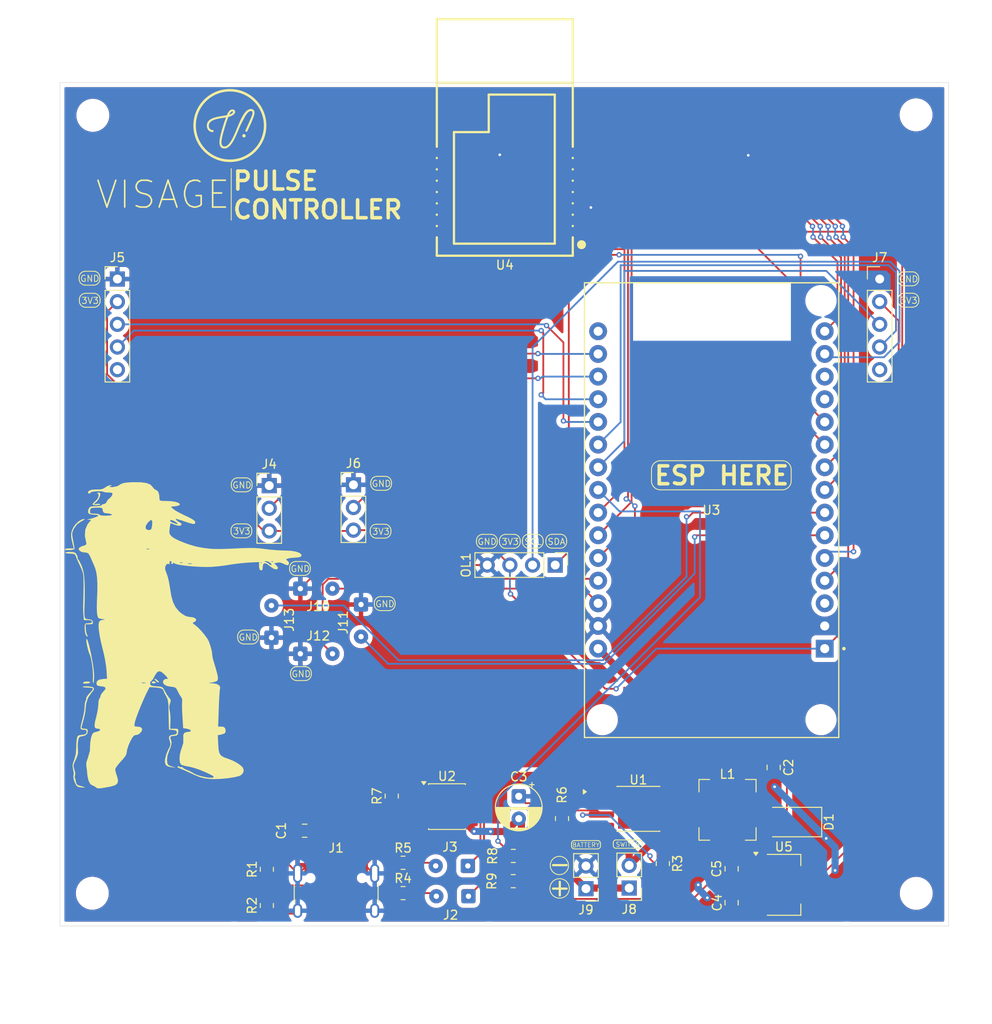
<source format=kicad_pcb>
(kicad_pcb (version 20241229) (generator "pcbnew") (generator_version "9.0")
  (layers (0 "F.Cu" signal) (2 "B.Cu" signal) (13 "F.Paste" user) (15 "B.Paste" user) (5 "F.SilkS" user "F.Silkscreen") (7 "B.SilkS" user "B.Silkscreen") (1 "F.Mask" user) (3 "B.Mask" user) (25 "Edge.Cuts" user))
  (net 0 "")
  (net 1 "/+5V_USB")
  (net 2 "GND")
  (net 3 "/+5V_SYS")
  (net 4 "/VBAT")
  (net 5 "Net-(D1-A)")
  (net 7 "Net-(J1-CC1)")
  (net 10 "Net-(J1-CC2)")
  (net 12 "Net-(J2-Pin_2)")
  (net 13 "Net-(J2-Pin_1)")
  (net 14 "Net-(J3-Pin_1)")
  (net 15 "Net-(J3-Pin_2)")
  (net 16 "/VP")
  (net 17 "/+3V3")
  (net 18 "/VN")
  (net 20 "/GPIO33")
  (net 21 "/GPIO32")
  (net 22 "/SW_POWER")
  (net 23 "/GPIO13")
  (net 24 "/GPIO25")
  (net 25 "/GPIO12")
  (net 26 "/GPIO22")
  (net 27 "Net-(U1-FB)")
  (net 28 "Net-(U2-PROG)")
  (net 30 "/GPIO16")
  (net 31 "/GPIO5")
  (net 32 "/GPIO19")
  (net 34 "/GPIO35")
  (net 35 "/GPIO4")
  (net 37 "/GPIO26")
  (net 38 "/GPIO34")
  (net 40 "/GPIO27")
  (net 41 "/GPIO18")
  (net 43 "/GPIO14")
  (net 44 "/GPIO2")
  (net 45 "/GPIO23")
  (net 46 "/GPIO17")
  (net 47 "/GPIO21")
  (net 51 "/+3V3_RADIO")
  (footprint "Capacitor_SMD:C_0805_2012Metric" (layer "F.Cu") (at 221.1328 127.0552 -90)
    (property "Reference" "C2")
    (property "Value" "22uF")
  )
  (footprint "Connector_Wire:SolderWire-0.1sqmm_1x02_P3.6mm_D0.4mm_OD1mm" (layer "F.Cu") (at 168.08 114.32)
    (property "Reference" "J12")
    (property "Value" "CAM_DOWN")
  )
  (footprint "Resistor_SMD:R_0805_2012Metric" (layer "F.Cu") (at 197.4118 132.7852 -90)
    (property "Reference" "R6")
    (property "Value" "3kR")
  )
  (footprint "Inductor_SMD:L_Bourns-SRN6028" (layer "F.Cu") (at 215.9628 131.8052 90)
    (property "Reference" "L1")
    (property "Value" "22uH")
  )
  (footprint "Capacitor_THT:CP_Radial_D5.0mm_P2.50mm" (layer "F.Cu") (at 192.5628 130.2901 -90)
    (property "Reference" "C3")
    (property "Value" "10uF")
  )
  (footprint "Package_TO_SOT_SMD:SOT-223-3_TabPin2" (layer "F.Cu") (at 222.27 140.2075)
    (property "Reference" "U5")
    (property "Value" "AMS1117-3.3")
  )
  (footprint "Package_SO:SOP-8-1EP_4.57x4.57mm_P1.27mm_EP4.57x4.45mm" (layer "F.Cu") (at 205.9728 131.6952)
    (property "Reference" "U1")
    (property "Value" "MT3608")
  )
  (footprint "Resistor_SMD:R_0805_2012Metric" (layer "F.Cu") (at 191.94 139.8 180)
    (property "Reference" "R9")
    (property "Value" "10kR")
  )
  (footprint "Package_SO:SOIC-8-1EP_3.9x4.9mm_P1.27mm_EP2.29x3mm" (layer "F.Cu") (at 184.5128 131.4452)
    (property "Reference" "U2")
    (property "Value" "TP4056")
  )
  (footprint "MountingHole:MountingHole_3.2mm_M3" (layer "F.Cu") (at 144.82 53.99)
    (property "Reference" "H1" (hide yes))
    (property "Value" "MountingHole")
  )
  (footprint "Resistor_SMD:R_0805_2012Metric" (layer "F.Cu") (at 179.5928 141.1352)
    (property "Reference" "R4")
    (property "Value" "1kR")
  )
  (footprint "LOGO" (layer "F.Cu") (at 159.51 55.58)
    (property "Reference" "G***" (hide yes))
    (property "Value" "LOGO" (hide yes))
  )
  (footprint "Resistor_SMD:R_0805_2012Metric" (layer "F.Cu") (at 164.3228 142.5252 90)
    (property "Reference" "R2")
    (property "Value" "5.1kR")
  )
  (footprint "Connector_Wire:SolderWire-0.1sqmm_1x02_P3.6mm_D0.4mm_OD1mm" (layer "F.Cu") (at 174.88 108.8 -90)
    (property "Reference" "J11")
    (property "Value" "DISARM")
  )
  (footprint "Connector_PinHeader_2.54mm:PinHeader_1x05_P2.54mm_Vertical" (layer "F.Cu") (at 233.02 72.33)
    (property "Reference" "J7")
    (property "Value" "JOY_RIGHT")
  )
  (footprint "Connector_Wire:SolderWire-0.1sqmm_1x02_P3.6mm_D0.4mm_OD1mm" (layer "F.Cu") (at 186.8528 138.0852 180)
    (property "Reference" "J3")
    (property "Value" "CHARGING LED")
  )
  (footprint "Resistor_SMD:R_0805_2012Metric" (layer "F.Cu") (at 191.95 136.97)
    (property "Reference" "R8")
    (property "Value" "10kR")
  )
  (footprint "Connector_PinHeader_2.54mm:PinHeader_1x04_P2.54mm_Vertical" (layer "F.Cu") (at 196.65 104.38 -90)
    (property "Reference" "OL1")
    (property "Value" "OLED")
  )
  (footprint "Resistor_SMD:R_0805_2012Metric" (layer "F.Cu") (at 178.3228 130.2652 90)
    (property "Reference" "R7")
    (property "Value" "1.2kR")
  )
  (footprint "Capacitor_SMD:C_0805_2012Metric" (layer "F.Cu") (at 216.42 138.41 -90)
    (property "Reference" "C5")
    (property "Value" "10uF")
  )
  (footprint "MountingHole:MountingHole_3.2mm_M3" (layer "F.Cu") (at 237.12 141.16)
    (property "Reference" "H4" (hide yes))
    (property "Value" "MountingHole")
  )
  (footprint "Connector_PinHeader_2.54mm:PinHeader_1x02_P2.54mm_Vertical" (layer "F.Cu") (at 200.0928 140.6352 180)
    (property "Reference" "J9")
    (property "Value" "BATTERY")
  )
  (footprint "Resistor_SMD:R_0805_2012Metric" (layer "F.Cu") (at 164.3228 138.4652 90)
    (property "Reference" "R1")
    (property "Value" "5.1kR")
  )
  (footprint "MountingHole:MountingHole_3.2mm_M3" (layer "F.Cu") (at 237.1 53.94)
    (property "Reference" "H2" (hide yes))
    (property "Value" "MountingHole")
  )
  (footprint "LoRa Lib:WIRELM-SMD_E28-2G4M2XS" (layer "F.Cu") (at 190.9975 62.585 180)
    (property "Reference" "U4")
    (property "Value" "E28-2G4M27S")
  )
  (footprint "ESP32-DEVKIT-V1:MODULE_ESP32_DEVKIT_V1" (layer "F.Cu") (at 214.16 98.23 180)
    (property "Reference" "U3")
    (property "Value" "ESP32-DEVKIT-V1")
  )
  (footprint "Connector_Wire:SolderWire-0.1sqmm_1x02_P3.6mm_D0.4mm_OD1mm" (layer "F.Cu") (at 164.84 112.51 90)
    (property "Reference" "J13")
    (property "Value" "ARM")
  )
  (footprint "Capacitor_SMD:C_0805_2012Metric" (layer "F.Cu") (at 168.5628 134.1452)
    (property "Reference" "C1")
    (property "Value" "10uF")
  )
  (footprint "Connector_PinHeader_2.54mm:PinHeader_1x02_P2.54mm_Vertical" (layer "F.Cu") (at 204.9428 140.5702 180)
    (property "Reference" "J8")
    (property "Value" "POWER")
  )
  (footprint "Connector_PinHeader_2.54mm:PinHeader_1x05_P2.54mm_Vertical" (layer "F.Cu") (at 147.57 72.33)
    (property "Reference" "J5")
    (property "Value" "JOY_LEFT")
  )
  (footprint "Resistor_SMD:R_0805_2012Metric" (layer "F.Cu") (at 208.7128 137.8252 -90)
    (property "Reference" "R3")
    (property "Value" "22kR")
  )
  (footprint "Connector_PinHeader_2.54mm:PinHeader_1x03_P2.54mm_Vertical" (layer "F.Cu") (at 164.59 95.48)
    (property "Reference" "J4")
    (property "Value" "KNOB_PITCH")
  )
  (footprint "Resistor_SMD:R_0805_2012Metric" (layer "F.Cu") (at 179.5928 137.7352)
    (property "Reference" "R5")
    (property "Value" "1kR")
  )
  (footprint "Capacitor_SMD:C_0805_2012Metric" (layer "F.Cu") (at 216.42 142.21 -90)
    (property "Reference" "C4")
    (property "Value" "10uF")
  )
  (footprint "Connector_Wire:SolderWire-0.1sqmm_1x02_P3.6mm_D0.4mm_OD1mm" (layer "F.Cu") (at 168.08 107.02)
    (property "Reference" "J10")
    (property "Value" "CAM_UP")
  )
  (footprint "Diode_SMD:D_SMA" (layer "F.Cu") (at 223.0128 133.1752 180)
    (property "Reference" "D1")
    (property "Value" "SS34")
  )
  (footprint "marbastlib-various:USB_C_Receptacle_HRO_TYPE-C-31-M-12" (layer "F.Cu") (at 172.0928 142.0552)
    (property "Reference" "J1")
    (property "Value" "USB_C_Receptacle_USB2.0_14P")
  )
  (footprint "MountingHole:MountingHole_3.2mm_M3" (layer "F.Cu") (at 144.76 141.15)
    (property "Reference" "H3" (hide yes))
    (property "Value" "MountingHole")
  )
  (footprint "LOGO" (layer "F.Cu") (at 151.340068 112.437926)
    (property "Reference" "G***")
    (property "Value" "LOGO" (hide yes))
  )
  (footprint "Connector_Wire:SolderWire-0.1sqmm_1x02_P3.6mm_D0.4mm_OD1mm" (layer "F.Cu") (at 186.9228 141.4852 180)
    (property "Reference" "J2")
    (property "Value" "CHARGED LED")
  )
  (footprint "Connector_PinHeader_2.54mm:PinHeader_1x03_P2.54mm_Vertical" (layer "F.Cu") (at 174.03 95.39)
    (property "Reference" "J6")
    (property "Value" "KNOB_ROLL")
  )
  (gr_line (start 143.98 71.46) (end 144.91 71.46) (stroke (width 0.1)) (layer "F.SilkS"))
  (gr_arc (start 163.38 112.52) (mid 163.174975 113.014975) (end 162.68 113.22) (stroke (width 0.1)) (layer "F.SilkS"))
  (gr_line (start 169.2 104.68) (end 169.2 104.84) (stroke (width 0.1)) (layer "F.SilkS"))
  (gr_line (start 160.34 95.47) (end 160.34 95.31) (stroke (width 0.1)) (layer "F.SilkS"))
  (gr_line (start 161.04 94.61) (end 161.97 94.61) (stroke (width 0.1)) (layer "F.SilkS"))
  (gr_arc (start 161.05 112.36) (mid 161.255025 111.865025) (end 161.75 111.66) (stroke (width 0.1)) (layer "F.SilkS"))
  (gr_arc (start 143.98 73.02) (mid 143.485025 72.814975) (end 143.28 72.32) (stroke (width 0.1)) (layer "F.SilkS"))
  (gr_arc (start 236.69 71.53) (mid 237.184975 71.735025) (end 237.39 72.23) (stroke (width 0.1)) (layer "F.SilkS"))
  (gr_arc (start 178.3 95.3) (mid 178.094975 95.794975) (end 177.6 96) (stroke (width 0.1)) (layer "F.SilkS"))
  (gr_line (start 178.3 95.14) (end 178.3 95.3) (stroke (width 0.1)) (layer "F.SilkS"))
  (gr_line (start 163.38 112.36) (end 163.38 112.52) (stroke (width 0.1)) (layer "F.SilkS"))
  (gr_arc (start 161.934975 99.764975) (mid 162.42995 99.97) (end 162.634975 100.464975) (stroke (width 0.1)) (layer "F.SilkS"))
  (gr_line (start 190.395 101.8) (end 190.395 101.64) (stroke (width 0.1)) (layer "F.SilkS"))
  (gr_arc (start 176.37 108.62) (mid 176.575025 108.125025) (end 177.07 107.92) (stroke (width 0.1)) (layer "F.SilkS"))
  (gr_line (start 188.52 100.94) (end 189.45 100.94) (stroke (width 0.1)) (layer "F.SilkS"))
  (gr_line (start 235.774975 73.924975) (end 236.704975 73.924975) (stroke (width 0.1)) (layer "F.SilkS"))
  (gr_arc (start 177.534975 99.804975) (mid 178.02995 100.01) (end 178.234975 100.504975) (stroke (width 0.1)) (layer "F.SilkS"))
  (gr_line (start 161.97 96.17) (end 161.04 96.17) (stroke (width 0.1)) (layer "F.SilkS"))
  (gr_arc (start 197.23 100.93) (mid 197.724975 101.135025) (end 197.93 101.63) (stroke (width 0.1)) (layer "F.SilkS"))
  (gr_line (start 143.304975 74.794975) (end 143.304975 74.634975) (stroke (width 0.1)) (layer "F.SilkS"))
  (gr_arc (start 195.6 101.63) (mid 195.805025 101.135025) (end 196.3 100.93) (stroke (width 0.1)) (layer "F.SilkS"))
  (gr_arc (start 166.87 104.68) (mid 167.075025 104.185025) (end 167.57 103.98) (stroke (width 0.1)) (layer "F.SilkS"))
  (gr_arc (start 169.2 104.84) (mid 168.994975 105.334975) (end 168.5 105.54) (stroke (width 0.1)) (layer "F.SilkS"))
  (gr_line (start 195.3 101.63) (end 195.3 101.79) (stroke (width 0.1)) (layer "F.SilkS"))
  (gr_arc (start 175.904975 100.504975) (mid 176.11 100.01) (end 176.604975 99.804975) (stroke (width 0.1)) (layer "F.SilkS"))
  (gr_line (start 176.604975 99.804975) (end 177.534975 99.804975) (stroke (width 0.1)) (layer "F.SilkS"))
  (gr_line (start 177.534975 101.364975) (end 176.604975 101.364975) (stroke (width 0.1)) (layer "F.SilkS"))
  (gr_arc (start 235.76 73.09) (mid 235.265025 72.884975) (end 235.06 72.39) (stroke (width 0.1)) (layer "F.SilkS"))
  (gr_arc (start 187.82 101.64) (mid 188.025025 101.145025) (end 188.52 100.94) (stroke (width 0.1)) (layer "F.SilkS"))
  (gr_arc (start 235.06 72.23) (mid 235.265025 71.735025) (end 235.76 71.53) (stroke (width 0.1)) (layer "F.SilkS"))
  (gr_arc (start 194.6 100.93) (mid 195.094975 101.135025) (end 195.3 101.63) (stroke (width 0.1)) (layer "F.SilkS"))
  (gr_line (start 167.68 115.76) (end 168.61 115.76) (stroke (width 0.1)) (layer "F.SilkS"))
  (gr_arc (start 195.3 101.79) (mid 195.094975 102.284975) (end 194.6 102.49) (stroke (width 0.1)) (layer "F.SilkS"))
  (gr_arc (start 177.07 109.48) (mid 176.575025 109.274975) (end 176.37 108.78) (stroke (width 0.1)) (layer "F.SilkS"))
  (gr_arc (start 167.57 105.54) (mid 167.075025 105.334975) (end 166.87 104.84) (stroke (width 0.1)) (layer "F.SilkS"))
  (gr_arc (start 201.72 135.88) (mid 201.632132 136.092132) (end 201.42 136.18) (stroke (width 0.1)) (layer "F.SilkS"))
  (gr_arc (start 198.48 135.55) (mid 198.567868 135.337868) (end 198.78 135.25) (stroke (width 0.1)) (layer "F.SilkS"))
  (gr_arc (start 168.61 115.76) (mid 169.104975 115.965025) (end 169.31 116.46) (stroke (width 0.1)) (layer "F.SilkS"))
  (gr_arc (start 192.025 100.94) (mid 192.519975 101.145025) (end 192.725 101.64) (stroke (width 0.1)) (layer "F.SilkS"))
  (gr_arc (start 197.93 101.79) (mid 197.724975 102.284975) (end 197.23 102.49) (stroke (width 0.1)) (layer "F.SilkS"))
  (gr_line (start 177.6 96) (end 176.67 96) (stroke (width 0.1)) (layer "F.SilkS"))
  (gr_line (start 235.06 72.39) (end 235.06 72.23) (stroke (width 0.1)) (layer "F.SilkS"))
  (gr_line (start 207.44 94.95) (end 207.44 93.69) (stroke (width 0.1)) (layer "F.SilkS"))
  (gr_arc (start 191.095 102.5) (mid 190.600025 102.294975) (end 190.395 101.8) (stroke (width 0.1)) (layer "F.SilkS"))
  (gr_line (start 145.61 72.16) (end 145.61 72.32) (stroke (width 0.1)) (layer "F.SilkS"))
  (gr_arc (start 190.15 101.8) (mid 189.944975 102.294975) (end 189.45 102.5) (stroke (width 0.1)) (layer "F.SilkS"))
  (gr_arc (start 198.78 136.18) (mid 198.567868 136.092132) (end 198.48 135.88) (stroke (width 0.1)) (layer "F.SilkS"))
  (gr_arc (start 161.04 96.17) (mid 160.545025 95.964975) (end 160.34 95.47) (stroke (width 0.1)) (layer "F.SilkS"))
  (gr_arc (start 193.67 102.49) (mid 193.175025 102.284975) (end 192.97 101.79) (stroke (width 0.1)) (layer "F.SilkS"))
  (gr_arc (start 237.404975 74.784975) (mid 237.19995 75.27995) (end 236.704975 75.484975) (stroke (width 0.1)) (layer "F.SilkS"))
  (gr_line (start 178 109.48) (end 177.07 109.48) (stroke (width 0.1)) (layer "F.SilkS"))
  (gr_line (start 201.72 135.55) (end 201.72 135.88) (stroke (width 0.1)) (layer "F.SilkS"))
  (gr_arc (start 206.4 135.81) (mid 206.312132 136.022132) (end 206.1 136.11) (stroke (width 0.1)) (layer "F.SilkS"))
  (gr_arc (start 235.774975 75.484975) (mid 235.28 75.27995) (end 235.074975 74.784975) (stroke (width 0.1)) (layer "F.SilkS"))
  (gr_arc (start 178 107.92) (mid 178.494975 108.125025) (end 178.7 108.62) (stroke (width 0.1)) (layer "F.SilkS"))
  (gr_arc (start 167.68 117.32) (mid 167.185025 117.114975) (end 166.98 116.62) (stroke (width 0.1)) (layer "F.SilkS"))
  (gr_arc (start 190.395 101.64) (mid 190.600025 101.145025) (end 191.095 100.94) (stroke (width 0.1)) (layer "F.SilkS"))
  (gr_arc (start 188.52 102.5) (mid 188.025025 102.294975) (end 187.82 101.8) (stroke (width 0.1)) (layer "F.SilkS"))
  (gr_line (start 192.725 101.64) (end 192.725 101.8) (stroke (width 0.1)) (layer "F.SilkS"))
  (gr_arc (start 161.97 94.61) (mid 162.464975 94.815025) (end 162.67 95.31) (stroke (width 0.1)) (layer "F.SilkS"))
  (gr_line (start 190.15 101.64) (end 190.15 101.8) (stroke (width 0.1)) (layer "F.SilkS"))
  (gr_circle (center 197.115256 138.04) (end 198.015256 137.55) (stroke (width 0.1)) (fill no) (layer "F.SilkS"))
  (gr_arc (start 176.604975 101.364975) (mid 176.11 101.15995) (end 175.904975 100.664975) (stroke (width 0.1)) (layer "F.SilkS"))
  (gr_arc (start 189.45 100.94) (mid 189.944975 101.145025) (end 190.15 101.64) (stroke (width 0.1)) (layer "F.SilkS"))
  (gr_line (start 144.91 73.02) (end 143.98 73.02) (stroke (width 0.1)) (layer "F.SilkS"))
  (gr_arc (start 192.97 101.63) (mid 193.175025 101.135025) (end 193.67 100.93) (stroke (width 0.1)) (layer "F.SilkS"))
  (gr_arc (start 207.44 93.69) (mid 207.732893 92.982893) (end 208.44 92.69) (stroke (width 0.1)) (layer "F.SilkS"))
  (gr_line (start 206.4 135.48) (end 206.4 135.81) (stroke (width 0.1)) (layer "F.SilkS"))
  (gr_arc (start 160.304975 100.464975) (mid 160.51 99.97) (end 161.004975 99.764975) (stroke (width 0.1)) (layer "F.SilkS"))
  (gr_line (start 144.004975 73.934975) (end 144.934975 73.934975) (stroke (width 0.1)) (layer "F.SilkS"))
  (gr_line (start 192.97 101.79) (end 192.97 101.63) (stroke (width 0.1)) (layer "F.SilkS"))
  (gr_arc (start 237.39 72.39) (mid 237.184975 72.884975) (end 236.69 73.09) (stroke (width 0.1)) (layer "F.SilkS"))
  (gr_arc (start 162.68 111.66) (mid 163.174975 111.865025) (end 163.38 112.36) (stroke (width 0.1)) (layer "F.SilkS"))
  (gr_arc (start 176.67 96) (mid 176.175025 95.794975) (end 175.97 95.3) (stroke (width 0.1)) (layer "F.SilkS"))
  (gr_line (start 197.23 102.49) (end 196.3 102.49) (stroke (width 0.1)) (layer "F.SilkS"))
  (gr_arc (start 161.75 113.22) (mid 161.255025 113.014975) (end 161.05 112.52) (stroke (width 0.1)) (layer "F.SilkS"))
  (gr_arc (start 161.004975 101.324975) (mid 160.51 101.11995) (end 160.304975 100.624975) (stroke (width 0.1)) (layer "F.SilkS"))
  (gr_line (start 168.61 117.32) (end 167.68 117.32) (stroke (width 0.1)) (layer "F.SilkS"))
  (gr_line (start 178.7 108.62) (end 178.7 108.78) (stroke (width 0.1)) (layer "F.SilkS"))
  (gr_line (start 194.6 102.49) (end 193.67 102.49) (stroke (width 0.1)) (layer "F.SilkS"))
  (gr_line (start 235.76 71.53) (end 236.69 71.53) (stroke (width 0.1)) (layer "F.SilkS"))
  (gr_line (start 223.1 93.69) (end 223.1 94.95) (stroke (width 0.1)) (layer "F.SilkS"))
  (gr_arc (start 201.42 135.25) (mid 201.632132 135.337868) (end 201.72 135.55) (stroke (width 0.1)) (layer "F.SilkS"))
  (gr_line (start 198.78 135.25) (end 201.42 135.25) (stroke (width 0.1)) (layer "F.SilkS"))
  (gr_line (start 195.6 101.79) (end 195.6 101.63) (stroke (width 0.1)) (layer "F.SilkS"))
  (gr_arc (start 143.28 72.16) (mid 143.485025 71.665025) (end 143.98 71.46) (stroke (width 0.1)) (layer "F.SilkS"))
  (gr_line (start 208.44 92.69) (end 222.1 92.69) (stroke (width 0.1)) (layer "F.SilkS"))
  (gr_arc (start 206.1 135.18) (mid 206.312132 135.267868) (end 206.4 135.48) (stroke (width 0.1)) (layer "F.SilkS"))
  (gr_line (start 236.69 73.09) (end 235.76 73.09) (stroke (width 0.1)) (layer "F.SilkS"))
  (gr_line (start 162.68 113.22) (end 161.75 113.22) (stroke (width 0.1)) (layer "F.SilkS"))
  (gr_line (start 167.57 103.98) (end 168.5 103.98) (stroke (width 0.1)) (layer "F.SilkS"))
  (gr_arc (start 177.6 94.44) (mid 178.094975 94.645025) (end 178.3 95.14) (stroke (width 0.1)) (layer "F.SilkS"))
  (gr_arc (start 143.304975 74.634975) (mid 143.51 74.14) (end 144.004975 73.934975) (stroke (width 0.1)) (layer "F.SilkS"))
  (gr_arc (start 235.074975 74.624975) (mid 235.28 74.13) (end 235.774975 73.924975) (stroke (width 0.1)) (layer "F.SilkS"))
  (gr_line (start 166.98 116.62) (end 166.98 116.46) (stroke (width 0.1)) (layer "F.SilkS"))
  (gr_arc (start 168.5 103.98) (mid 168.994975 104.185025) (end 169.2 104.68) (stroke (width 0.1)) (layer "F.SilkS"))
  (gr_line (start 160.304975 100.624975) (end 160.304975 100.464975) (stroke (width 0.1)) (layer "F.SilkS"))
  (gr_arc (start 192.725 101.8) (mid 192.519975 102.294975) (end 192.025 102.5) (stroke (width 0.1)) (layer "F.SilkS"))
  (gr_line (start 197.93 101.63) (end 197.93 101.79) (stroke (width 0.1)) (layer "F.SilkS"))
  (gr_line (start 161.004975 99.764975) (end 161.934975 99.764975) (stroke (width 0.1)) (layer "F.SilkS"))
  (gr_line (start 161.75 111.66) (end 162.68 111.66) (stroke (width 0.1)) (layer "F.SilkS"))
  (gr_arc (start 208.44 95.95) (mid 207.732893 95.657107) (end 207.44 94.95) (stroke (width 0.1)) (layer "F.SilkS"))
  (gr_arc (start 223.1 94.95) (mid 222.807107 95.657107) (end 222.1 95.95) (stroke (width 0.1)) (layer "F.SilkS"))
  (gr_line (start 177.07 107.92) (end 178 107.92) (stroke (width 0.1)) (layer "F.SilkS"))
  (gr_arc (start 178.234975 100.664975) (mid 178.02995 101.15995) (end 177.534975 101.364975) (stroke (width 0.1)) (layer "F.SilkS"))
  (gr_line (start 169.31 116.46) (end 169.31 116.62) (stroke (width 0.1)) (layer "F.SilkS"))
  (gr_arc (start 178.7 108.78) (mid 178.494975 109.274975) (end 178 109.48) (stroke (width 0.1)) (layer "F.SilkS"))
  (gr_line (start 178.234975 100.504975) (end 178.234975 100.664975) (stroke (width 0.1)) (layer "F.SilkS"))
  (gr_arc (start 166.98 116.46) (mid 167.185025 115.965025) (end 167.68 115.76) (stroke (width 0.1)) (layer "F.SilkS"))
  (gr_arc (start 145.61 72.32) (mid 145.404975 72.814975) (end 144.91 73.02) (stroke (width 0.1)) (layer "F.SilkS"))
  (gr_line (start 191.095 100.94) (end 192.025 100.94) (stroke (width 0.1)) (layer "F.SilkS"))
  (gr_line (start 187.82 101.8) (end 187.82 101.64) (stroke (width 0.1)) (layer "F.SilkS"))
  (gr_line (start 176.67 94.44) (end 177.6 94.44) (stroke (width 0.1)) (layer "F.SilkS"))
  (gr_arc (start 162.634975 100.624975) (mid 162.42995 101.11995) (end 161.934975 101.324975) (stroke (width 0.1)) (layer "F.SilkS"))
  (gr_line (start 237.39 72.23) (end 237.39 72.39) (stroke (width 0.1)) (layer "F.SilkS"))
  (gr_line (start 193.67 100.93) (end 194.6 100.93) (stroke (width 0.1)) (layer "F.SilkS"))
  (gr_line (start 145.634975 74.634975) (end 145.634975 74.794975) (stroke (width 0.1)) (layer "F.SilkS"))
  (gr_line (start 175.904975 100.664975) (end 175.904975 100.504975) (stroke (width 0.1)) (layer "F.SilkS"))
  (gr_arc (start 203.16 135.48) (mid 203.247868 135.267868) (end 203.46 135.18) (stroke (width 0.1)) (layer "F.SilkS"))
  (gr_line (start 198.48 135.88) (end 198.48 135.55) (stroke (width 0.1)) (layer "F.SilkS"))
  (gr_line (start 237.404975 74.624975) (end 237.404975 74.784975) (stroke (width 0.1)) (layer "F.SilkS"))
  (gr_line (start 196.3 100.93) (end 197.23 100.93) (stroke (width 0.1)) (layer "F.SilkS"))
  (gr_arc (start 144.004975 75.494975) (mid 143.51 75.28995) (end 143.304975 74.794975) (stroke (width 0.1)) (layer "F.SilkS"))
  (gr_line (start 161.934975 101.324975) (end 161.004975 101.324975) (stroke (width 0.1)) (layer "F.SilkS"))
  (gr_line (start 168.5 105.54) (end 167.57 105.54) (stroke (width 0.1)) (layer "F.SilkS"))
  (gr_line (start 201.42 136.18) (end 198.78 136.18) (stroke (width 0.1)) (layer "F.SilkS"))
  (gr_line (start 192.025 102.5) (end 191.095 102.5) (stroke (width 0.1)) (layer "F.SilkS"))
  (gr_line (start 162.67 95.31) (end 162.67 95.47) (stroke (width 0.1)) (layer "F.SilkS"))
  (gr_line (start 166.87 104.84) (end 166.87 104.68) (stroke (width 0.1)) (layer "F.SilkS"))
  (gr_arc (start 222.1 92.69) (mid 222.807107 92.982893) (end 223.1 93.69) (stroke (width 0.1)) (layer "F.SilkS"))
  (gr_arc (start 196.3 102.49) (mid 195.805025 102.284975) (end 195.6 101.79) (stroke (width 0.1)) (layer "F.SilkS"))
  (gr_arc (start 203.46 136.11) (mid 203.247868 136.022132) (end 203.16 135.81) (stroke (width 0.1)) (layer "F.SilkS"))
  (gr_line (start 162.634975 100.464975) (end 162.634975 100.624975) (stroke (width 0.1)) (layer "F.SilkS"))
  (gr_arc (start 160.34 95.31) (mid 160.545025 94.815025) (end 161.04 94.61) (stroke (width 0.1)) (layer "F.SilkS"))
  (gr_line (start 222.1 95.95) (end 208.44 95.95) (stroke (width 0.1)) (layer "F.SilkS"))
  (gr_line (start 175.97 95.3) (end 175.97 95.14) (stroke (width 0.1)) (layer "F.SilkS"))
  (gr_circle (center 197.138539 140.61) (end 197.638539 139.6398) (stroke (width 0.1)) (fill no) (layer "F.SilkS"))
  (gr_line (start 161.05 112.52) (end 161.05 112.36) (stroke (width 0.1)) (layer "F.SilkS"))
  (gr_arc (start 175.97 95.14) (mid 176.175025 94.645025) (end 176.67 94.44) (stroke (width 0.1)) (layer "F.SilkS"))
  (gr_line (start 160.33 59.97) (end 160.33 65.73) (stroke (width 0.1)) (layer "F.SilkS"))
  (gr_arc (start 144.934975 73.934975) (mid 145.42995 74.14) (end 145.634975 74.634975) (stroke (width 0.1)) (layer "F.SilkS"))
  (gr_line (start 143.28 72.32) (end 143.28 72.16) (stroke (width 0.1)) (layer "F.SilkS"))
  (gr_line (start 236.704975 75.484975) (end 235.774975 75.484975) (stroke (width 0.1)) (layer "F.SilkS"))
  (gr_line (start 206.1 136.11) (end 203.46 136.11) (stroke (width 0.1)) (layer "F.SilkS"))
  (gr_arc (start 145.634975 74.794975) (mid 145.42995 75.28995) (end 144.934975 75.494975) (stroke (width 0.1)) (layer "F.SilkS"))
  (gr_line (start 203.46 135.18) (end 206.1 135.18) (stroke (width 0.1)) (layer "F.SilkS"))
  (gr_line (start 235.074975 74.784975) (end 235.074975 74.624975) (stroke (width 0.1)) (layer "F.SilkS"))
  (gr_line (start 189.45 102.5) (end 188.52 102.5) (stroke (width 0.1)) (layer "F.SilkS"))
  (gr_line (start 176.37 108.78) (end 176.37 108.62) (stroke (width 0.1)) (layer "F.SilkS"))
  (gr_arc (start 162.67 95.47) (mid 162.464975 95.964975) (end 161.97 96.17) (stroke (width 0.1)) (layer "F.SilkS"))
  (gr_arc (start 144.91 71.46) (mid 145.404975 71.665025) (end 145.61 72.16) (stroke (width 0.1)) (layer "F.SilkS"))
  (gr_line (start 144.934975 75.494975) (end 144.004975 75.494975) (stroke (width 0.1)) (layer "F.SilkS"))
  (gr_line (start 203.16 135.81) (end 203.16 135.48) (stroke (width 0.1)) (layer "F.SilkS"))
  (gr_arc (start 169.31 116.62) (mid 169.104975 117.114975) (end 168.61 117.32) (stroke (width 0.1)) (layer "F.SilkS"))
  (gr_arc (start 236.704975 73.924975) (mid 237.19995 74.13) (end 237.404975 74.624975) (stroke (width 0.1)) (layer "F.SilkS"))
  (gr_rect (start 141.13275 50.33525) (end 240.75275 144.82525) (stroke (width 0.05)) (fill no) (layer "Edge.Cuts"))
  (gr_text "3V3" (at 190.58 102.17 0) (layer "F.SilkS") (effects (font (size 0.7 0.7) (thickness 0.0875)) (justify left bottom)))
  (gr_text "GND" (at 143.35 72.69 0) (layer "F.SilkS") (effects (font (size 0.7 0.7) (thickness 0.0875)) (justify left bottom)))
  (gr_text "GND" (at 235.13 72.76 0) (layer "F.SilkS") (effects (font (size 0.7 0.7) (thickness 0.0875)) (justify left bottom)))
  (gr_text "GND" (at 176.04 95.67 0) (layer "F.SilkS") (effects (font (size 0.7 0.7) (thickness 0.0875)) (justify left bottom)))
  (gr_text "3V3" (at 160.489975 100.994975 0) (layer "F.SilkS") (effects (font (size 0.7 0.7) (thickness 0.0875)) (justify left bottom)))
  (gr_text "3V3" (at 143.489975 75.164975 0) (layer "F.SilkS") (effects (font (size 0.7 0.7) (thickness 0.0875)) (justify left bottom)))
  (gr_text "ESP HERE" (at 207.57 95.53 0) (layer "F.SilkS") (effects (font (size 2 2) (thickness 0.4) (bold yes)) (justify left bottom)))
  (gr_text "GND" (at 167.05 116.99 0) (layer "F.SilkS") (effects (font (size 0.7 0.7) (thickness 0.0875)) (justify left bottom)))
  (gr_text "-" (at 195.765256 139.02 0) (layer "F.SilkS") (effects (font (size 2 2) (thickness 0.25)) (justify left bottom)))
  (gr_text "+" (at 195.76 141.65 0) (layer "F.SilkS") (effects (font (size 2 2) (thickness 0.25)) (justify left bottom)))
  (gr_text "GND" (at 161.12 112.89 0) (layer "F.SilkS") (effects (font (size 0.7 0.7) (thickness 0.0875)) (justify left bottom)))
  (gr_text "3V3" (at 176.089975 101.034975 0) (layer "F.SilkS") (effects (font (size 0.7 0.7) (thickness 0.0875)) (justify left bottom)))
  (gr_text "SWITCH" (at 203.4 135.97 0) (layer "F.SilkS") (effects (font (size 0.5 0.5) (thickness 0.0625)) (justify left bottom)))
  (gr_text "VISAGE" (at 144.99 64.641483 0) (layer "F.SilkS") (effects (font (size 3 3) (thickness 0.175)) (justify left bottom)))
  (gr_text "PULSE\nCONTROLLER" (at 160.33 65.73 0) (layer "F.SilkS") (effects (font (size 2 2) (thickness 0.4) (bold yes)) (justify left bottom)))
  (gr_text "BATTERY" (at 198.51 136.04 0) (layer "F.SilkS") (effects (font (size 0.5 0.5) (thickness 0.0625)) (justify left bottom)))
  (gr_text "GND" (at 176.44 109.15 0) (layer "F.SilkS") (effects (font (size 0.7 0.7) (thickness 0.0875)) (justify left bottom)))
  (gr_text "SCL" (at 193.14 102.17 0) (layer "F.SilkS") (effects (font (size 0.7 0.7) (thickness 0.0875)) (justify left bottom)))
  (gr_text "GND" (at 166.94 105.21 0) (layer "F.SilkS") (effects (font (size 0.7 0.7) (thickness 0.0875)) (justify left bottom)))
  (gr_text "3V3" (at 235.259975 75.154975 0) (layer "F.SilkS") (effects (font (size 0.7 0.7) (thickness 0.0875)) (justify left bottom)))
  (gr_text "GND" (at 187.89 102.17 0) (layer "F.SilkS") (effects (font (size 0.7 0.7) (thickness 0.0875)) (justify left bottom)))
  (gr_text "GND" (at 160.41 95.84 0) (layer "F.SilkS") (effects (font (size 0.7 0.7) (thickness 0.0875)) (justify left bottom)))
  (gr_text "SDA" (at 195.75 102.17 0) (layer "F.SilkS") (effects (font (size 0.7 0.7) (thickness 0.0875)) (justify left bottom)))
  (segment (start 174.4418 136.9842) (end 174.5428 137.0852) (width 0.2) (layer "F.Cu") (net 1))
  (segment (start 174.3068 139.735208) (end 175.706792 141.1352) (width 0.2) (layer "F.Cu") (net 1))
  (segment (start 178.6803 141.1352) (end 178.6803 137.7352) (width 0.2) (layer "F.Cu") (net 1))
  (segment (start 174.5428 138.0102) (end 174.3068 138.2462) (width 0.2) (layer "F.Cu") (net 1))
  (segment (start 169.6428 137.3972) (end 170.0558 136.9842) (width 0.2) (layer "F.Cu") (net 1))
  (segment (start 174.3068 138.2462) (end 174.3068 139.735208) (width 0.2) (layer "F.Cu") (net 1))
  (segment (start 170.0558 136.9842) (end 174.4418 136.9842) (width 0.2) (layer "F.Cu") (net 1))
  (segment (start 169.5128 137.8802) (end 169.6428 138.0102) (width 0.2) (layer "F.Cu") (net 1))
  (segment (start 169.5128 134.1452) (end 169.5128 137.8802) (width 0.2) (layer "F.Cu") (net 1))
  (segment (start 174.5428 137.0852) (end 174.5428 138.0102) (width 0.2) (layer "F.Cu") (net 1))
  (segment (start 175.706792 141.1352) (end 178.6803 141.1352) (width 0.2) (layer "F.Cu") (net 1))
  (segment (start 169.6428 138.0102) (end 169.6428 137.3972) (width 0.2) (layer "F.Cu") (net 1))
  (segment (start 219.12 137.9075) (end 222.62 134.4075) (width 0.2) (layer "F.Cu") (net 2))
  (segment (start 182.0378 129.5402) (end 181.0368 128.5392) (width 0.2) (layer "F.Cu") (net 2))
  (segment (start 181.0368 128.5392) (end 177.63764 128.5392) (width 0.2) (layer "F.Cu") (net 2))
  (segment (start 222.62 127.5924) (end 221.1328 126.1052) (width 0.2) (layer "F.Cu") (net 2))
  (segment (start 178.3228 131.1777) (end 178.3228 135.0302) (width 0.2) (layer "F.Cu") (net 2))
  (segment (start 201.8228 131.0602) (end 193.3329 131.0602) (width 0.2) (layer "F.Cu") (net 2))
  (segment (start 176.4128 138.9252) (end 176.2578 138.9252) (width 0.2) (layer "F.Cu") (net 2))
  (segment (start 164.3228 143.4377) (end 167.4403 143.4377) (width 0.2) (layer "F.Cu") (net 2))
  (segment (start 193.3329 131.0602) (end 192.5628 130.2901) (width 0.2) (layer "F.Cu") (net 2))
  (segment (start 178.3228 135.0302) (end 175.3428 138.0102) (width 0.2) (layer "F.Cu") (net 2))
  (segment (start 167.6128 134.1452) (end 167.6128 138.7652) (width 0.2) (layer "F.Cu") (net 2))
  (segment (start 170.72 104.38) (end 168.08 107.02) (width 0.2) (layer "F.Cu") (net 2))
  (segment (start 167.9278 138.9252) (end 168.8428 138.0102) (width 0.2) (layer "F.Cu") (net 2))
  (segment (start 216.42 137.46) (end 213.965 139.915) (width 0.2) (layer "F.Cu") (net 2))
  (segment (start 212.0938 141.7862) (end 194.8387 141.7862) (width 0.2) (layer "F.Cu") (net 2))
  (segment (start 177.3218 130.1767) (end 178.3228 131.1777) (width 0.2) (layer "F.Cu") (net 2))
  (segment (start 216.42 137.46) (end 218.6725 137.46) (width 0.2) (layer "F.Cu") (net 2))
  (segment (start 218.6725 137.46) (end 219.12 137.9075) (width 0.2) (layer "F.Cu") (net 2))
  (segment (start 176.2578 138.9252) (end 175.3428 138.0102) (width 0.2) (layer "F.Cu") (net 2))
  (segment (start 197.4118 135.4142) (end 197.4118 133.6977) (width 0.2) (layer "F.Cu") (net 2))
  (segment (start 200.0928 138.0952) (end 197.4118 135.4142) (width 0.2) (layer "F.Cu") (net 2))
  (segment (start 216.42 141.26) (end 215.31 141.26) (width 0.2) (layer "F.Cu") (net 2))
  (segment (start 167.4403 143.4377) (end 167.7728 143.1052) (width 0.2) (layer "F.Cu") (net 2))
  (segment (start 177.63764 128.5392) (end 177.3218 128.85504) (width 0.2) (layer "F.Cu") (net 2))
  (segment (start 167.6128 138.7652) (end 167.7728 138.9252) (width 0.2) (layer "F.Cu") (net 2))
  (segment (start 167.7728 138.9252) (end 167.9278 138.9252) (width 0.2) (layer "F.Cu") (net 2))
  (segment (start 222.62 134.4075) (end 222.62 127.5924) (width 0.2) (layer "F.Cu") (net 2))
  (segment (start 182.0378 132.0802) (end 179.2253 132.0802) (width 0.2) (layer "F.Cu") (net 2))
  (segment (start 179.2253 132.0802) (end 178.3228 131.1777) (width 0.2) (layer "F.Cu") (net 2))
  (segment (start 213.965 139.915) (end 212.0938 141.7862) (width 0.2) (layer "F.Cu") (net 2))
  (segment (start 215.31 141.26) (end 213.965 139.915) (width 0.2) (layer "F.Cu") (net 2))
  (segment (start 177.3218 128.85504) (end 177.3218 130.1767) (width 0.2) (layer "F.Cu") (net 2))
  (segment (start 194.8387 141.7862) (end 192.8525 139.8) (width 0.2) (layer "F.Cu") (net 2))
  (segment (start 189.03 104.38) (end 170.72 104.38) (width 0.2) (layer "F.Cu") (net 2))
  (segment (start 164.3228 137.5527) (end 166.4003 137.5527) (width 0.2) (layer "F.Cu") (net 2))
  (segment (start 166.4003 137.5527) (end 167.7728 138.9252) (width 0.2) (layer "F.Cu") (net 2))
  (via (at 190.43 58.41) (size 0.6) (drill 0.3) (layers "F.Cu" "B.Cu") (net 2))
  (via (at 218.29 58.47) (size 0.6) (drill 0.3) (layers "F.Cu" "B.Cu") (net 2))
  (via (at 200.65 64.32) (size 0.6) (drill 0.3) (layers "F.Cu" "B.Cu") (net 2))
  (segment (start 226.383322 142.7085) (end 228.024432 141.06739) (width 0.8) (layer "F.Cu") (net 3))
  (segment (start 208.7128 136.9127) (end 209.3827 136.9127) (width 0.8) (layer "F.Cu") (net 3))
  (segment (start 215.2 143.16) (end 216.42 143.16) (width 0.8) (layer "F.Cu") (net 3))
  (segment (start 228.024432 141.06739) (end 228.024432 138.594432) (width 0.8) (layer "F.Cu") (net 3))
  (segment (start 225.1952 133.1752) (end 227.025 135.005) (width 0.8) (layer "F.Cu") (net 3))
  (segment (start 213.7 141.66) (end 215.2 143.16) (width 0.8) (layer "F.Cu") (net 3))
  (segment (start 221.24 128.1124) (end 221.1328 128.0052) (width 0.8) (layer "F.Cu") (net 3))
  (segment (start 209.3827 136.9127) (end 212.679318 140.209318) (width 0.8) (layer "F.Cu") (net 3))
  (segment (start 219.321 142.7085) (end 226.383322 142.7085) (width 0.8) (layer "F.Cu") (net 3))
  (segment (start 219.12 142.5075) (end 219.321 142.7085) (width 0.8) (layer "F.Cu") (net 3))
  (segment (start 215.7202 128.0052) (end 201.46 113.745) (width 0.8) (layer "F.Cu") (net 3))
  (segment (start 221.1328 128.0052) (end 215.7202 128.0052) (width 0.8) (layer "F.Cu") (net 3))
  (segment (start 221.24 129.22) (end 221.24 128.1124) (width 0.8) (layer "F.Cu") (net 3))
  (segment (start 225.0128 133.1752) (end 225.1952 133.1752) (width 0.8) (layer "F.Cu") (net 3))
  (via (at 228.024432 138.594432) (size 0.6) (drill 0.3) (layers "F.Cu" "B.Cu") (net 3))
  (via (at 212.679318 140.209318) (size 0.6) (drill 0.3) (layers "F.Cu" "B.Cu") (net 3))
  (via (at 227.025 135.005) (size 0.6) (drill 0.3) (layers "F.Cu" "B.Cu") (net 3))
  (via (at 213.7 141.66) (size 0.6) (drill 0.3) (layers "F.Cu" "B.Cu") (net 3))
  (via (at 221.24 129.22) (size 0.6) (drill 0.3) (layers "F.Cu" "B.Cu") (net 3))
  (segment (start 227.025 135.005) (end 221.24 129.22) (width 0.8) (layer "B.Cu") (net 3))
  (segment (start 212.679318 140.639318) (end 213.7 141.66) (width 0.8) (layer "B.Cu") (net 3))
  (segment (start 227.025 135.005) (end 228.024432 136.004432) (width 0.8) (layer "B.Cu") (net 3))
  (segment (start 228.024432 136.004432) (end 228.024432 138.594432) (width 0.8) (layer "B.Cu") (net 3))
  (segment (start 212.679318 140.209318) (end 212.679318 140.639318) (width 0.8) (layer "B.Cu") (net 3))
  (segment (start 192.8625 136.97) (end 196.4276 136.97) (width 0.8) (layer "F.Cu") (net 4))
  (segment (start 200.1578 140.5702) (end 200.0928 140.6352) (width 0.8) (layer "F.Cu") (net 4))
  (segment (start 189.4 134.24) (end 191.1129 134.24) (width 0.8) (layer "F.Cu") (net 4))
  (segment (start 192.8625 133.0898) (end 192.5628 132.7901) (width 0.8) (layer "F.Cu") (net 4))
  (segment (start 191.1129 134.24) (end 192.5628 132.7901) (width 0.8) (layer "F.Cu") (net 4))
  (segment (start 186.9878 133.3502) (end 186.9878 133.645) (width 0.8) (layer "F.Cu") (net 4))
  (segment (start 192.8625 136.97) (end 192.8625 133.0898) (width 0.8) (layer "F.Cu") (net 4))
  (segment (start 204.9428 140.5702) (end 200.1578 140.5702) (width 0.8) (layer "F.Cu") (net 4))
  (segment (start 196.4276 136.97) (end 200.0928 140.6352) (width 0.8) (layer "F.Cu") (net 4))
  (segment (start 186.9878 133.645) (end 187.5628 134.22) (width 0.8) (layer "F.Cu") (net 4))
  (via (at 187.5628 134.22) (size 0.6) (drill 0.3) (layers "F.Cu" "B.Cu") (net 4))
  (via (at 189.4 134.24) (size 0.6) (drill 0.3) (layers "F.Cu" "B.Cu") (net 4))
  (segment (start 189.38 134.22) (end 189.4 134.24) (width 0.8) (layer "B.Cu") (net 4))
  (segment (start 187.5628 134.22) (end 189.38 134.22) (width 0.8) (layer "B.Cu") (net 4))
  (segment (start 215.6468 129.1392) (end 202.4738 129.1392) (width 0.2) (layer "F.Cu") (net 5))
  (segment (start 202.4738 129.1392) (end 201.8228 129.7902) (width 0.2) (layer "F.Cu") (net 5))
  (segment (start 215.9628 129.4552) (end 215.6468 129.1392) (width 0.2) (layer "F.Cu") (net 5))
  (segment (start 215.9628 129.4552) (end 219.6828 133.1752) (width 0.2) (layer "F.Cu") (net 5))
  (segment (start 219.6828 133.1752) (end 221.0128 133.1752) (width 0.2) (layer "F.Cu") (net 5))
  (segment (start 165.2213 140.2762) (end 169.6138 140.2762) (width 0.2) (layer "F.Cu") (net 7))
  (segment (start 169.6138 140.2762) (end 170.8428 139.0472) (width 0.2) (layer "F.Cu") (net 7))
  (segment (start 170.8428 139.0472) (end 170.8428 138.0102) (width 0.2) (layer "F.Cu") (net 7))
  (segment (start 164.3228 139.3777) (end 165.2213 140.2762) (width 0.2) (layer "F.Cu") (net 7))
  (segment (start 164.3228 141.6127) (end 171.2173 141.6127) (width 0.2) (layer "F.Cu") (net 10))
  (segment (start 173.8428 138.9872) (end 173.8428 138.0102) (width 0.2) (layer "F.Cu") (net 10))
  (segment (start 171.2173 141.6127) (end 173.8428 138.9872) (width 0.2) (layer "F.Cu") (net 10))
  (segment (start 180.5053 141.1352) (end 182.9728 141.1352) (width 0.2) (layer "F.Cu") (net 12))
  (segment (start 182.9728 141.1352) (end 183.3228 141.4852) (width 0.2) (layer "F.Cu") (net 12))
  (segment (start 188.6648 139.7432) (end 188.6648 131.512201) (width 0.2) (layer "F.Cu") (net 13))
  (segment (start 187.962799 130.8102) (end 186.9878 130.8102) (width 0.2) (layer "F.Cu") (net 13))
  (segment (start 186.9228 141.4852) (end 188.6648 139.7432) (width 0.2) (layer "F.Cu") (net 13))
  (segment (start 188.6648 131.512201) (end 187.962799 130.8102) (width 0.2) (layer "F.Cu") (net 13))
  (segment (start 188.2638 136.6742) (end 188.2638 132.381201) (width 0.2) (layer "F.Cu") (net 14))
  (segment (start 186.8528 138.0852) (end 188.2638 136.6742) (width 0.2) (layer "F.Cu") (net 14))
  (segment (start 188.2638 132.381201) (end 187.962799 132.0802) (width 0.2) (layer "F.Cu") (net 14))
  (segment (start 187.962799 132.0802) (end 186.9878 132.0802) (width 0.2) (layer "F.Cu") (net 14))
  (segment (start 182.9028 137.7352) (end 183.2528 138.0852) (width 0.2) (layer "F.Cu") (net 15))
  (segment (start 180.5053 137.7352) (end 182.9028 137.7352) (width 0.2) (layer "F.Cu") (net 15))
  (segment (start 181.92 80.69) (end 164.59 98.02) (width 0.2) (layer "F.Cu") (net 16))
  (segment (start 194.71 80.69) (end 181.92 80.69) (width 0.2) (layer "F.Cu") (net 16))
  (via (at 194.71 80.69) (size 0.6) (drill 0.3) (layers "F.Cu" "B.Cu") (net 16))
  (segment (start 194.745 80.725) (end 194.71 80.69) (width 0.2) (layer "B.Cu") (net 16))
  (segment (start 201.46 80.725) (end 194.745 80.725) (width 0.2) (layer "B.Cu") (net 16))
  (segment (start 164.59 100.56) (end 163.97 100.56) (width 0.2) (layer "F.Cu") (net 17))
  (segment (start 146.419 76.021) (end 147.57 74.87) (width 0.2) (layer "F.Cu") (net 17))
  (segment (start 235.149 76.999) (end 233.02 74.87) (width 0.2) (layer "F.Cu") (net 17))
  (segment (start 146.419 83.009) (end 146.419 76.021) (width 0.2) (layer "F.Cu") (net 17))
  (segment (start 235.149 105.456) (end 235.149 76.999) (width 0.2) (layer "F.Cu") (net 17))
  (segment (start 202.264265 118.244265) (end 191.64 107.62) (width 0.2) (layer "F.Cu") (net 17))
  (segment (start 191.57 104.38) (end 187.66 100.47) (width 0.2) (layer "F.Cu") (net 17))
  (segment (start 164.59 100.56) (end 173.94 100.56) (width 0.2) (layer "F.Cu") (net 17))
  (segment (start 203.474265 118.244265) (end 202.264265 118.244265) (width 0.2) (layer "F.Cu") (net 17))
  (segment (start 187.66 100.47) (end 174.03 100.47) (width 0.2) (layer "F.Cu") (net 17))
  (segment (start 173.94 100.56) (end 174.03 100.47) (width 0.2) (layer "F.Cu") (net 17))
  (segment (start 226.86 113.745) (end 235.149 105.456) (width 0.2) (layer "F.Cu") (net 17))
  (segment (start 163.97 100.56) (end 146.419 83.009) (width 0.2) (layer "F.Cu") (net 17))
  (via (at 191.64 107.62) (size 0.6) (drill 0.3) (layers "F.Cu" "B.Cu") (net 17))
  (via (at 203.474265 118.244265) (size 0.6) (drill 0.3) (layers "F.Cu" "B.Cu") (net 17))
  (segment (start 226.86 113.745) (end 207.97353 113.745) (width 0.2) (layer "B.Cu") (net 17))
  (segment (start 191.57 107.55) (end 191.57 104.38) (width 0.2) (layer "B.Cu") (net 17))
  (segment (start 191.64 107.62) (end 191.57 107.55) (width 0.2) (layer "B.Cu") (net 17))
  (segment (start 207.97353 113.745) (end 203.474265 118.244265) (width 0.2) (layer "B.Cu") (net 17))
  (segment (start 174.03 97.93) (end 188.5 83.46) (width 0.2) (layer "F.Cu") (net 18))
  (segment (start 188.5 83.46) (end 194.71 83.46) (width 0.2) (layer "F.Cu") (net 18))
  (via (at 194.71 83.46) (size 0.6) (drill 0.3) (layers "F.Cu" "B.Cu") (net 18))
  (segment (start 194.71 83.46) (end 195.02 83.46) (width 0.2) (layer "B.Cu") (net 18))
  (segment (start 195.215 83.265) (end 201.46 83.265) (width 0.2) (layer "B.Cu") (net 18))
  (segment (start 195.02 83.46) (end 195.215 83.265) (width 0.2) (layer "B.Cu") (net 18))
  (segment (start 204.39 90.495) (end 204.39 71.42) (width 0.2) (layer "B.Cu") (net 20))
  (segment (start 201.46 93.425) (end 204.39 90.495) (width 0.2) (layer "B.Cu") (net 20))
  (segment (start 227.03 71.42) (end 233.02 77.41) (width 0.2) (layer "B.Cu") (net 20))
  (segment (start 204.39 71.42) (end 227.03 71.42) (width 0.2) (layer "B.Cu") (net 20))
  (segment (start 203.98 70.79) (end 234.03 70.79) (width 0.2) (layer "B.Cu") (net 21))
  (segment (start 234.03 70.79) (end 234.85 71.61) (width 0.2) (layer "B.Cu") (net 21))
  (segment (start 203.98 88.365) (end 203.98 70.79) (width 0.2) (layer "B.Cu") (net 21))
  (segment (start 234.85 71.61) (end 234.85 78.12) (width 0.2) (layer "B.Cu") (net 21))
  (segment (start 201.46 90.885) (end 203.98 88.365) (width 0.2) (layer "B.Cu") (net 21))
  (segment (start 234.85 78.12) (end 233.02 79.95) (width 0.2) (layer "B.Cu") (net 21))
  (segment (start 215.4078 133.6002) (end 215.9628 134.1552) (width 0.8) (layer "F.Cu") (net 22))
  (segment (start 207.1738 135.7992) (end 207.9238 135.7992) (width 0.8) (layer "F.Cu") (net 22))
  (segment (start 204.9428 138.0302) (end 204.9428 136.7202) (width 0.8) (layer "F.Cu") (net 22))
  (segment (start 210.1228 133.6002) (end 215.4078 133.6002) (width 0.8) (layer "F.Cu") (net 22))
  (segment (start 207.9238 135.7992) (end 210.1228 133.6002) (width 0.8) (layer "F.Cu") (net 22))
  (segment (start 204.9428 138.0302) (end 207.1738 135.7992) (width 0.8) (layer "F.Cu") (net 22))
  (segment (start 204.9428 136.7202) (end 201.8228 133.6002) (width 0.8) (layer "F.Cu") (net 22))
  (segment (start 199.815 107.02) (end 201.46 108.665) (width 0.2) (layer "F.Cu") (net 23))
  (segment (start 171.68 107.02) (end 199.815 107.02) (width 0.2) (layer "F.Cu") (net 23))
  (segment (start 191.0375 136.97) (end 191.0375 136.1175) (width 0.2) (layer "F.Cu") (net 24))
  (segment (start 191.0375 136.1175) (end 190.23 135.31) (width 0.2) (layer "F.Cu") (net 24))
  (segment (start 191.0375 136.97) (end 191.0375 139.79) (width 0.2) (layer "F.Cu") (net 24))
  (segment (start 191.0375 139.79) (end 191.0275 139.8) (width 0.2) (layer "F.Cu") (net 24))
  (via (at 190.23 135.31) (size 0.6) (drill 0.3) (layers "F.Cu" "B.Cu") (net 24))
  (segment (start 203.865 98.37) (end 201.46 95.965) (width 0.2) (layer "B.Cu") (net 24))
  (segment (start 190.23 130.64) (end 212.88 107.99) (width 0.2) (layer "B.Cu") (net 24))
  (segment (start 212.88 107.99) (end 212.88 98.37) (width 0.2) (layer "B.Cu") (net 24))
  (segment (start 212.88 98.37) (end 203.865 98.37) (width 0.2) (layer "B.Cu") (net 24))
  (segment (start 190.23 135.31) (end 190.23 130.64) (width 0.2) (layer "B.Cu") (net 24))
  (segment (start 171.22395 105.919) (end 201.254 105.919) (width 0.2) (layer "F.Cu") (net 25))
  (segment (start 170.579 106.56395) (end 171.22395 105.919) (width 0.2) (layer "F.Cu") (net 25))
  (segment (start 171.68 114.32) (end 170.579 113.219) (width 0.2) (layer "F.Cu") (net 25))
  (segment (start 170.579 113.219) (end 170.579 106.56395) (width 0.2) (layer "F.Cu") (net 25))
  (segment (start 201.254 105.919) (end 201.46 106.125) (width 0.2) (layer "F.Cu") (net 25))
  (segment (start 235.251 79.34676) (end 235.251 71.4439) (width 0.2) (layer "B.Cu") (net 26))
  (segment (start 235.251 71.4439) (end 234.1961 70.389) (width 0.2) (layer "B.Cu") (net 26))
  (segment (start 233.49676 81.101) (end 235.251 79.34676) (width 0.2) (layer "B.Cu") (net 26))
  (segment (start 203.678291 70.389) (end 194.11 79.957291) (width 0.2) (layer "B.Cu") (net 26))
  (segment (start 194.11 79.957291) (end 194.11 104.38) (width 0.2) (layer "B.Cu") (net 26))
  (segment (start 234.1961 70.389) (end 203.678291 70.389) (width 0.2) (layer "B.Cu") (net 26))
  (segment (start 226.86 80.725) (end 227.236 81.101) (width 0.2) (layer "B.Cu") (net 26))
  (segment (start 227.236 81.101) (end 233.49676 81.101) (width 0.2) (layer "B.Cu") (net 26))
  (segment (start 199.76 132.39) (end 199.8198 132.3302) (width 0.2) (layer "F.Cu") (net 27))
  (segment (start 199.8198 132.3302) (end 201.8228 132.3302) (width 0.2) (layer "F.Cu") (net 27))
  (segment (start 197.4118 131.8727) (end 201.3653 131.8727) (width 0.2) (layer "F.Cu") (net 27))
  (segment (start 207.272897 137.297797) (end 207.272897 136.972897) (width 0.2) (layer "F.Cu") (net 27))
  (segment (start 208.7128 138.7377) (end 207.272897 137.297797) (width 0.2) (layer "F.Cu") (net 27))
  (segment (start 199.73 132.39) (end 199.76 132.39) (width 0.2) (layer "F.Cu") (net 27))
  (segment (start 201.3653 131.8727) (end 201.8228 132.3302) (width 0.2) (layer "F.Cu") (net 27))
  (via (at 207.272897 136.972897) (size 0.6) (drill 0.3) (layers "F.Cu" "B.Cu") (net 27))
  (via (at 199.73 132.39) (size 0.6) (drill 0.3) (layers "F.Cu" "B.Cu") (net 27))
  (segment (start 202.69 132.39) (end 199.73 132.39) (width 0.2) (layer "B.Cu") (net 27))
  (segment (start 207.272897 136.972897) (end 202.69 132.39) (width 0.2) (layer "B.Cu") (net 27))
  (segment (start 179.7803 130.8102) (end 182.0378 130.8102) (width 0.2) (layer "F.Cu") (net 28))
  (segment (start 178.3228 129.3527) (end 179.7803 130.8102) (width 0.2) (layer "F.Cu") (net 28))
  (segment (start 212.28 101.23) (end 212.465 101.045) (width 0.2) (layer "F.Cu") (net 30))
  (segment (start 212.465 101.045) (end 226.86 101.045) (width 0.2) (layer "F.Cu") (net 30))
  (via (at 212.28 101.23) (size 0.6) (drill 0.3) (layers "F.Cu" "B.Cu") (net 30))
  (segment (start 212.28 105.331992) (end 212.28 101.23) (width 0.2) (layer "B.Cu") (net 30))
  (segment (start 202.164992 115.447) (end 212.28 105.331992) (width 0.2) (layer "B.Cu") (net 30))
  (segment (start 174.88 112.4) (end 177.927 115.447) (width 0.2) (layer "B.Cu") (net 30))
  (segment (start 177.927 115.447) (end 202.164992 115.447) (width 0.2) (layer "B.Cu") (net 30))
  (segment (start 227.333529 67.716471) (end 229.093 69.475942) (width 0.2) (layer "F.Cu") (net 31))
  (segment (start 198.5975 60.68) (end 221.49 60.68) (width 0.2) (layer "F.Cu") (net 31))
  (segment (start 229.093 93.732) (end 226.86 95.965) (width 0.2) (layer "F.Cu") (net 31))
  (segment (start 229.093 69.475942) (end 229.093 93.732) (width 0.2) (layer "F.Cu") (net 31))
  (segment (start 221.49 60.68) (end 227.24 66.43) (width 0.2) (layer "F.Cu") (net 31))
  (via (at 227.333529 67.716471) (size 0.6) (drill 0.3) (layers "F.Cu" "B.Cu") (net 31))
  (via (at 227.24 66.43) (size 0.6) (drill 0.3) (layers "F.Cu" "B.Cu") (net 31))
  (segment (start 227.24 66.43) (end 227.24 67.622942) (width 0.2) (layer "B.Cu") (net 31))
  (segment (start 227.24 67.622942) (end 227.333529 67.716471) (width 0.2) (layer "B.Cu") (net 31))
  (segment (start 198.5975 64.49) (end 197.8155 64.49) (width 0.2) (layer "F.Cu") (net 32))
  (segment (start 223.28 72.822164) (end 223.28 89.65) (width 0.2) (layer "F.Cu") (net 32))
  (segment (start 218.238836 67.781) (end 223.28 72.822164) (width 0.2) (layer "F.Cu") (net 32))
  (segment (start 223.28 89.65) (end 225.625 89.65) (width 0.2) (layer "F.Cu") (net 32))
  (segment (start 225.625 89.65) (end 226.86 90.885) (width 0.2) (layer "F.Cu") (net 32))
  (segment (start 197.8155 64.49) (end 197.2965 65.009) (width 0.2) (layer "F.Cu") (net 32))
  (segment (start 197.2965 67.781) (end 218.238836 67.781) (width 0.2) (layer "F.Cu") (net 32))
  (segment (start 197.2965 65.009) (end 197.2965 67.781) (width 0.2) (layer "F.Cu") (net 32))
  (segment (start 195.674381 77.544381) (end 197.57 79.44) (width 0.2) (layer "F.Cu") (net 34))
  (segment (start 197.57 79.44) (end 197.57 88.23) (width 0.2) (layer "F.Cu") (net 34))
  (via (at 197.57 88.23) (size 0.6) (drill 0.3) (layers "F.Cu" "B.Cu") (net 34))
  (via (at 195.674381 77.544381) (size 0.6) (drill 0.3) (layers "F.Cu" "B.Cu") (net 34))
  (segment (start 197.57 88.23) (end 197.685 88.345) (width 0.2) (layer "B.Cu") (net 34))
  (segment (start 197.685 88.345) (end 201.46 88.345) (width 0.2) (layer "B.Cu") (net 34))
  (segment (start 195.54 77.41) (end 195.674381 77.544381) (width 0.2) (layer "B.Cu") (net 34))
  (segment (start 147.57 77.41) (end 195.54 77.41) (width 0.2) (layer "B.Cu") (net 34))
  (segment (start 184.5975 61.95) (end 183.3975 61.95) (width 0.2) (layer "F.Cu") (net 35))
  (segment (start 228.840006 66.43) (end 228.840006 66.310012) (width 0.2) (layer "F.Cu") (net 35))
  (segment (start 189.5595 56.988) (end 184.5975 61.95) (width 0.2) (layer "F.Cu") (net 35))
  (segment (start 230.094 68.795153) (end 230.094 102.88) (width 0.2) (layer "F.Cu") (net 35))
  (segment (start 219.517994 56.988) (end 189.5595 56.988) (width 0.2) (layer "F.Cu") (net 35))
  (segment (start 228.928847 67.63) (end 230.094 68.795153) (width 0.2) (layer "F.Cu") (net 35))
  (segment (start 228.840006 66.310012) (end 219.517994 56.988) (width 0.2) (layer "F.Cu") (net 35))
  (via (at 228.928847 67.63) (size 0.6) (drill 0.3) (layers "F.Cu" "B.Cu") (net 35))
  (via (at 230.094 102.88) (size 0.6) (drill 0.3) (layers "F.Cu" "B.Cu") (net 35))
  (via (at 228.840006 66.43) (size 0.6) (drill 0.3) (layers "F.Cu" "B.Cu") (net 35))
  (segment (start 228.928847 67.63) (end 228.928847 66.518841) (width 0.2) (layer "B.Cu") (net 35))
  (segment (start 230.094 102.88) (end 227.565 102.88) (width 0.2) (layer "B.Cu") (net 35))
  (segment (start 227.565 102.88) (end 226.86 103.585) (width 0.2) (layer "B.Cu") (net 35))
  (segment (start 228.928847 66.518841) (end 228.840006 66.43) (width 0.2) (layer "B.Cu") (net 35))
  (segment (start 181.6955 67.9471) (end 182.7324 68.984) (width 0.2) (layer "F.Cu") (net 37))
  (segment (start 182.7324 68.984) (end 204.408 68.984) (width 0.2) (layer "F.Cu") (net 37))
  (segment (start 183.3975 58.14) (end 182.1975 58.14) (width 0.2) (layer "F.Cu") (net 37))
  (segment (start 204.408 68.984) (end 204.408 95.557) (width 0.2) (layer "F.Cu") (net 37))
  (segment (start 204.408 95.557) (end 201.46 98.505) (width 0.2) (layer "F.Cu") (net 37))
  (segment (start 181.6955 58.642) (end 181.6955 67.9471) (width 0.2) (layer "F.Cu") (net 37))
  (segment (start 182.1975 58.14) (end 181.6955 58.642) (width 0.2) (layer "F.Cu") (net 37))
  (segment (start 195.311 78.346687) (end 195.311 85.073381) (width 0.2) (layer "F.Cu") (net 38))
  (segment (start 195.074381 78.110068) (end 195.311 78.346687) (width 0.2) (layer "F.Cu") (net 38))
  (segment (start 195.311 85.073381) (end 195.074381 85.31) (width 0.2) (layer "F.Cu") (net 38))
  (via (at 195.074381 85.31) (size 0.6) (drill 0.3) (layers "F.Cu" "B.Cu") (net 38))
  (via (at 195.074381 78.110068) (size 0.6) (drill 0.3) (layers "F.Cu" "B.Cu") (net 38))
  (segment (start 195.569381 85.805) (end 201.46 85.805) (width 0.2) (layer "B.Cu") (net 38))
  (segment (start 149.409932 78.110068) (end 195.074381 78.110068) (width 0.2) (layer "B.Cu") (net 38))
  (segment (start 147.57 79.95) (end 149.409932 78.110068) (width 0.2) (layer "B.Cu") (net 38))
  (segment (start 195.074381 85.31) (end 195.569381 85.805) (width 0.2) (layer "B.Cu") (net 38))
  (segment (start 198.5975 58.14) (end 197.3975 58.14) (width 0.2) (layer "F.Cu") (net 40))
  (segment (start 205.21 97.295) (end 201.46 101.045) (width 0.2) (layer "F.Cu") (net 40))
  (segment (start 205.21 68.182) (end 205.21 97.295) (width 0.2) (layer "F.Cu") (net 40))
  (segment (start 197.3975 58.14) (end 196.8955 58.642) (width 0.2) (layer "F.Cu") (net 40))
  (segment (start 197.1304 68.182) (end 205.21 68.182) (width 0.2) (layer "F.Cu") (net 40))
  (segment (start 196.8955 58.642) (end 196.8955 67.9471) (width 0.2) (layer "F.Cu") (net 40))
  (segment (start 196.8955 67.9471) (end 197.1304 68.182) (width 0.2) (layer "F.Cu") (net 40))
  (segment (start 198.5975 61.95) (end 221.87 61.95) (width 0.2) (layer "F.Cu") (net 41))
  (segment (start 228.692 91.593) (end 226.86 93.425) (width 0.2) (layer "F.Cu") (net 41))
  (segment (start 228.692 69.923472) (end 228.692 91.593) (width 0.2) (layer "F.Cu") (net 41))
  (segment (start 221.87 61.95) (end 226.35 66.43) (width 0.2) (layer "F.Cu") (net 41))
  (segment (start 226.398528 67.63) (end 228.692 69.923472) (width 0.2) (layer "F.Cu") (net 41))
  (via (at 226.35 66.43) (size 0.6) (drill 0.3) (layers "F.Cu" "B.Cu") (net 41))
  (via (at 226.398528 67.63) (size 0.6) (drill 0.3) (layers "F.Cu" "B.Cu") (net 41))
  (segment (start 226.35 66.43) (end 226.35 67.581472) (width 0.2) (layer "B.Cu") (net 41))
  (segment (start 226.35 67.581472) (end 226.398528 67.63) (width 0.2) (layer "B.Cu") (net 41))
  (segment (start 183.3975 60.68) (end 182.6155 60.68) (width 0.2) (layer "F.Cu") (net 43))
  (segment (start 205.583528 97.77) (end 205.583528 99.461472) (width 0.2) (layer "F.Cu") (net 43))
  (segment (start 182.8985 68.583) (end 204.809 68.583) (width 0.2) (layer "F.Cu") (net 43))
  (segment (start 182.0965 67.781) (end 182.8985 68.583) (width 0.2) (layer "F.Cu") (net 43))
  (segment (start 182.6155 60.68) (end 182.0965 61.199) (width 0.2) (layer "F.Cu") (net 43))
  (segment (start 204.809 96.779235) (end 204.61 96.978235) (width 0.2) (layer "F.Cu") (net 43))
  (segment (start 204.809 68.583) (end 204.809 96.779235) (width 0.2) (layer "F.Cu") (net 43))
  (segment (start 205.583528 99.461472) (end 201.46 103.585) (width 0.2) (layer "F.Cu") (net 43))
  (segment (start 182.0965 61.199) (end 182.0965 67.781) (width 0.2) (layer "F.Cu") (net 43))
  (via (at 204.61 96.978235) (size 0.6) (drill 0.3) (layers "F.Cu" "B.Cu") (net 43))
  (via (at 205.583528 97.77) (size 0.6) (drill 0.3) (layers "F.Cu" "B.Cu") (net 43))
  (segment (start 204.791763 96.978235) (end 205.583528 97.77) (width 0.2) (layer "B.Cu") (net 43))
  (segment (start 204.61 96.978235) (end 204.791763 96.978235) (width 0.2) (layer "B.Cu") (net 43))
  (segment (start 183.3975 63.22) (end 184.1755 63.22) (width 0.2) (layer "F.Cu") (net 44))
  (segment (start 228.128844 67.63) (end 228.128844 67.67994) (width 0.2) (layer "F.Cu") (net 44))
  (segment (start 228.040003 66.38006) (end 228.040003 66.43) (width 0.2) (layer "F.Cu") (net 44))
  (segment (start 229.494 69.045096) (end 229.494 103.491) (width 0.2) (layer "F.Cu") (net 44))
  (segment (start 219.048943 57.389) (end 228.040003 66.38006) (width 0.2) (layer "F.Cu") (net 44))
  (segment (start 228.128844 67.67994) (end 229.494 69.045096) (width 0.2) (layer "F.Cu") (net 44))
  (segment (start 190.0065 57.389) (end 219.048943 57.389) (width 0.2) (layer "F.Cu") (net 44))
  (segment (start 184.1755 63.22) (end 190.0065 57.389) (width 0.2) (layer "F.Cu") (net 44))
  (segment (start 229.494 103.491) (end 226.86 106.125) (width 0.2) (layer "F.Cu") (net 44))
  (via (at 228.128844 67.63) (size 0.6) (drill 0.3) (layers "F.Cu" "B.Cu") (net 44))
  (via (at 228.040003 66.43) (size 0.6) (drill 0.3) (layers "F.Cu" "B.Cu") (net 44))
  (segment (start 228.040003 66.43) (end 228.040003 67.541159) (width 0.2) (layer "B.Cu") (net 44))
  (segment (start 228.040003 67.541159) (end 228.128844 67.63) (width 0.2) (layer "B.Cu") (net 44))
  (segment (start 225.49 66.43) (end 222.28 63.22) (width 0.2) (layer "F.Cu") (net 45))
  (segment (start 228.291 70.371) (end 225.55 67.63) (width 0.2) (layer "F.Cu") (net 45))
  (segment (start 226.86 78.185) (end 228.291 76.754) (width 0.2) (layer "F.Cu") (net 45))
  (segment (start 222.28 63.22) (end 198.5975 63.22) (width 0.2) (layer "F.Cu") (net 45))
  (segment (start 228.291 76.754) (end 228.291 70.371) (width 0.2) (layer "F.Cu") (net 45))
  (via (at 225.55 67.63) (size 0.6) (drill 0.3) (layers "F.Cu" "B.Cu") (net 45))
  (via (at 225.49 66.43) (size 0.6) (drill 0.3) (layers "F.Cu" "B.Cu") (net 45))
  (segment (start 225.55 67.63) (end 225.55 66.49) (width 0.2) (layer "B.Cu") (net 45))
  (segment (start 225.55 66.49) (end 225.49 66.43) (width 0.2) (layer "B.Cu") (net 45))
  (segment (start 212.085 98.505) (end 226.86 98.505) (width 0.2) (layer "F.Cu") (net 46))
  (segment (start 211.37 98.97) (end 211.62 98.97) (width 0.2) (layer "F.Cu") (net 46))
  (segment (start 211.62 98.97) (end 212.085 98.505) (width 0.2) (layer "F.Cu") (net 46))
  (via (at 211.37 98.97) (size 0.6) (drill 0.3) (layers "F.Cu" "B.Cu") (net 46))
  (segment (start 164.84 108.91) (end 172.94705 108.91) (width 0.2) (layer "B.Cu") (net 46))
  (segment (start 211.37 105.674892) (end 211.37 98.97) (width 0.2) (layer "B.Cu") (net 46))
  (segment (start 179.08305 115.046) (end 201.998892 115.046) (width 0.2) (layer "B.Cu") (net 46))
  (segment (start 172.94705 108.91) (end 179.08305 115.046) (width 0.2) (layer "B.Cu") (net 46))
  (segment (start 201.998892 115.046) (end 211.37 105.674892) (width 0.2) (layer "B.Cu") (net 46))
  (segment (start 198.17 102.86) (end 198.17 71.78) (width 0.2) (layer "F.Cu") (net 47))
  (segment (start 224.15 85.635) (end 226.86 88.345) (width 0.2) (layer "F.Cu") (net 47))
  (segment (start 198.17 71.78) (end 200.33 69.62) (width 0.2) (layer "F.Cu") (net 47))
  (segment (start 224.15 69.789) (end 224.15 85.635) (width 0.2) (layer "F.Cu") (net 47))
  (segment (start 200.33 69.62) (end 203.808 69.62) (width 0.2) (layer "F.Cu") (net 47))
  (segment (start 196.65 104.38) (end 198.17 102.86) (width 0.2) (layer "F.Cu") (net 47))
  (via (at 203.808 69.62) (size 0.6) (drill 0.3) (layers "F.Cu" "B.Cu") (net 47))
  (via (at 224.15 69.789) (size 0.6) (drill 0.3) (layers "F.Cu" "B.Cu") (net 47))
  (segment (start 223.981 69.62) (end 224.15 69.789) (width 0.2) (layer "B.Cu") (net 47))
  (segment (start 203.808 69.62) (end 223.981 69.62) (width 0.2) (layer "B.Cu") (net 47))
  (segment (start 234.96 67.03) (end 198.5975 67.03) (width 0.2) (layer "F.Cu") (net 51))
  (segment (start 216.42 139.36) (end 218.2725 139.36) (width 0.2) (layer "F.Cu") (net 51))
  (segment (start 218.2725 139.36) (end 219.12 140.2075) (width 0.2) (layer "F.Cu") (net 51))
  (segment (start 235.55 67.62) (end 234.96 67.03) (width 0.2) (layer "F.Cu") (net 51))
  (segment (start 219.12 140.2075) (end 225.42 140.2075) (width 0.2) (layer "F.Cu") (net 51))
  (segment (start 235.55 130.0775) (end 235.55 67.62) (width 0.2) (layer "F.Cu") (net 51))
  (segment (start 225.42 140.2075) (end 235.55 130.0775) (width 0.2) (layer "F.Cu") (net 51))
  (zone (net 3) (net_name "/+5V_SYS") (layer "F.Cu") (priority 2) (connect_pads yes (clearance 0.5)) (min_thickness 0.25) (fill yes (thermal_gap 0.5) (thermal_bridge_width 0.5))
    (polygon (pts (xy 189.51275 127.56525) (xy 229.20275 127.38525) (xy 229.03275 145.54525) (xy 189.51275 145.88525)))
  )
  (zone (net 1) (net_name "/+5V_USB") (layer "F.Cu") (priority 1) (connect_pads yes (clearance 0.5)) (min_thickness 0.25) (fill yes (thermal_gap 0.5) (thermal_bridge_width 0.5))
    (polygon (pts (xy 189.51275 127.56525) (xy 189.51275 145.26525) (xy 160.85275 144.93525) (xy 161.58275 127.56525) (xy 170.16275 127.56525)))
  )
  (zone (net 2) (net_name "GND") (layers "F.Cu" "B.Cu") (connect_pads (clearance 0.5)) (min_thickness 0.25) (fill yes (thermal_gap 0.5) (thermal_bridge_width 0.5))
    (polygon (pts (xy 135.16 41.26) (xy 245.62 41.07) (xy 244.68 155.27) (xy 134.41 155.83)))
  )
)
</source>
